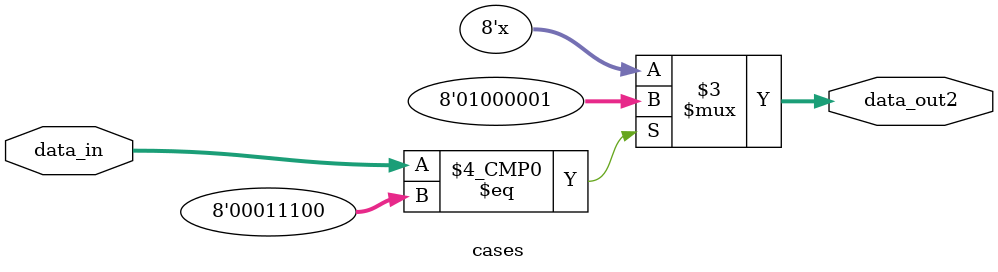
<source format=v>
module cases(data_in, data_out2);

parameter A =  8'h1C;
parameter B = 	8'h32;
parameter C = 	8'h21;
parameter D = 	8'h23;
parameter E = 	8'h24;
parameter F = 	8'h2B;
parameter G = 	8'h34;
parameter H = 	8'h33;
parameter I = 	8'h43;
parameter J = 	8'h3B;
parameter K = 	8'h42;
parameter L = 	8'h4B;
parameter M = 	8'h3A;
parameter N = 	8'h31;
parameter O = 	8'h44;
parameter P = 	8'h4D;
parameter Q = 	8'h15;
parameter R = 	8'h2D;
parameter S = 	8'h1B;
parameter T = 	8'h2C;
parameter U = 	8'h3C;
parameter V = 	8'h2A;
parameter W = 	8'h1D;
parameter X = 	8'h22;
parameter Y = 	8'h35;
parameter Z = 	8'h1A;
parameter N0=	8'h45;
parameter N1=	8'h16;
parameter N2=	8'h1E;
parameter N3=	8'h26;
parameter N4=	8'h25;
parameter N5=	8'h2E;
parameter N6=	8'h36;
parameter N7=	8'h3D;
parameter N8=	8'h3E;
parameter N9=	8'h46;


input [7:0] data_in;
output reg [7:0] data_out2;

always@(data_in)
begin
	case(data_in)
	A: data_out2 = 8'h41;
	endcase
	end
	endmodule
	
	
</source>
